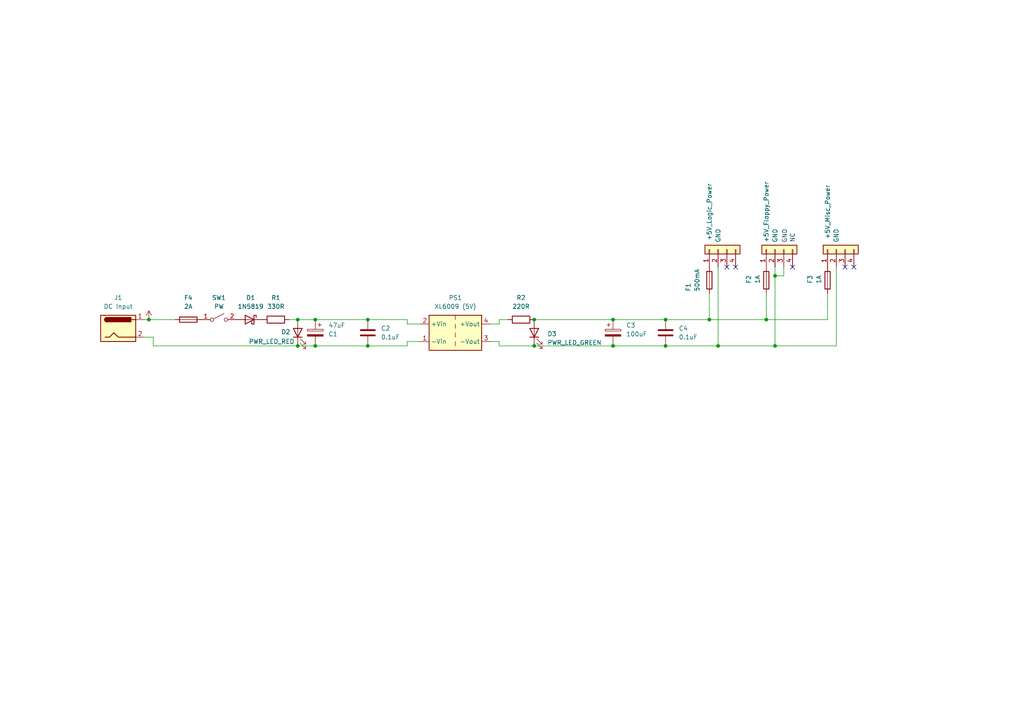
<source format=kicad_sch>
(kicad_sch (version 20250114) (generator "eeschema") (generator_version "9.0")
  (paper "A4")
  (lib_symbols
    (symbol "Connector:Barrel_Jack" (pin_names (offset 1.016))
      (property "Reference" "J" (at 0 5.334 0))
      (property "Value" "Barrel_Jack" (at 0 -5.08 0))
      (symbol "Barrel_Jack_0_1"
        (rectangle (start -5.08 3.81) (end 5.08 -3.81) (stroke (width 0.254)) (fill (type background)))
        (polyline (pts (xy -3.81 -2.54) (xy -2.54 -2.54) (xy -1.27 -1.27) (xy 0 -2.54) (xy 2.54 -2.54) (xy 5.08 -2.54)) (stroke (width 0.254)))
        (arc (start -3.302 1.905) (mid -3.9343 2.54) (end -3.302 3.175) (stroke (width 0.254)))
        (arc (start -3.302 1.905) (mid -3.9343 2.54) (end -3.302 3.175) (stroke (width 0.254)) (fill (type outline)))
        (rectangle (start 3.683 3.175) (end -3.302 1.905) (stroke (width 0.254)) (fill (type outline)))
        (polyline (pts (xy 5.08 2.54) (xy 3.81 2.54)) (stroke (width 0.254)))
      )
      (symbol "Barrel_Jack_1_1"
        (pin passive line (at 7.62 2.54 180) (length 2.54) (name "~") (number "1"))
        (pin passive line (at 7.62 -2.54 180) (length 2.54) (name "~") (number "2"))
      )
    )
    (symbol "Connector_Generic:Conn_01x04" (pin_names (offset 1.016) (hide yes))
      (property "Reference" "J" (at 0 5.08 0))
      (property "Value" "Conn_01x04" (at 0 -7.62 0))
      (symbol "Conn_01x04_1_1"
        (rectangle (start -1.27 3.81) (end 1.27 -6.35) (stroke (width 0.254)) (fill (type background)))
        (rectangle (start -1.27 2.667) (end 0 2.413) (stroke (width 0.1524)))
        (rectangle (start -1.27 0.127) (end 0 -0.127) (stroke (width 0.1524)))
        (rectangle (start -1.27 -2.413) (end 0 -2.667) (stroke (width 0.1524)))
        (rectangle (start -1.27 -4.953) (end 0 -5.207) (stroke (width 0.1524)))
        (pin passive line (at -5.08 2.54 0) (length 3.81) (name "Pin_1") (number "1"))
        (pin passive line (at -5.08 0 0) (length 3.81) (name "Pin_2") (number "2"))
        (pin passive line (at -5.08 -2.54 0) (length 3.81) (name "Pin_3") (number "3"))
        (pin passive line (at -5.08 -5.08 0) (length 3.81) (name "Pin_4") (number "4"))
      )
    )
    (symbol "Converter_DCDC:IA0305D"
      (property "Reference" "PS1" (at 0 10.16 0))
      (property "Value" "Power Module" (at 0 7.62 0))
      (symbol "IA0305D_0_0"
        (pin power_in line (at -10.16 -2.54 0) (length 2.54) (name "-Vin") (number "1"))
      )
      (symbol "IA0305D_0_1"
        (rectangle (start -7.62 5.08) (end 7.62 -5.08) (stroke (width 0.254)) (fill (type background)))
        (polyline (pts (xy 0 5.08) (xy 0 3.81)))
        (polyline (pts (xy 0 2.54) (xy 0 1.27)))
        (polyline (pts (xy 0 0) (xy 0 -1.27)))
        (polyline (pts (xy 0 -2.54) (xy 0 -3.81)))
      )
      (symbol "IA0305D_1_0"
        (pin power_in line (at -10.16 2.54 0) (length 2.54) (name "+Vin") (number "2"))
        (pin power_out line (at 10.16 2.54 180) (length 2.54) (name "+Vout") (number "4"))
        (pin power_out line (at 10.16 -2.54 180) (length 2.54) (name "-Vout") (number "3"))
      )
      (symbol "IA0305D_1_1"
        (pin no_connect line (at 0 -5.08 90) (length 2.54) (hide yes) (name "NC") (number "2"))
      )
    )
    (symbol "Device:C" (pin_numbers (hide yes)) (pin_names (offset 0.254))
      (property "Reference" "C" (at 0.635 2.54 0))
      (property "Value" "C" (at 0.635 -2.54 0))
      (symbol "C_0_1"
        (polyline (pts (xy -2.032 0.762) (xy 2.032 0.762)) (stroke (width 0.508)))
        (polyline (pts (xy -2.032 -0.762) (xy 2.032 -0.762)) (stroke (width 0.508)))
      )
      (symbol "C_1_1"
        (pin passive line (at 0 3.81 270) (length 2.794) (name "~") (number "1"))
        (pin passive line (at 0 -3.81 90) (length 2.794) (name "~") (number "2"))
      )
    )
    (symbol "Device:C_Polarized" (pin_numbers (hide yes)) (pin_names (offset 0.254))
      (property "Reference" "C" (at 0.635 2.54 0))
      (property "Value" "C_Polarized" (at 0.635 -2.54 0))
      (symbol "C_Polarized_0_1"
        (rectangle (start -2.286 0.508) (end 2.286 1.016))
        (polyline (pts (xy -1.778 2.286) (xy -0.762 2.286)))
        (polyline (pts (xy -1.27 2.794) (xy -1.27 1.778)))
        (rectangle (start 2.286 -0.508) (end -2.286 -1.016) (fill (type outline)))
      )
      (symbol "C_Polarized_1_1"
        (pin passive line (at 0 3.81 270) (length 2.794) (name "~") (number "1"))
        (pin passive line (at 0 -3.81 90) (length 2.794) (name "~") (number "2"))
      )
    )
    (symbol "Device:D_Schottky" (pin_numbers (hide yes)) (pin_names (offset 1.016) (hide yes))
      (property "Reference" "D" (at 0 2.54 0))
      (property "Value" "D_Schottky" (at 0 -2.54 0))
      (symbol "D_Schottky_0_1"
        (polyline (pts (xy -1.905 0.635) (xy -1.905 1.27) (xy -1.27 1.27) (xy -1.27 -1.27) (xy -0.635 -1.27) (xy -0.635 -0.635)) (stroke (width 0.254)))
        (polyline (pts (xy 1.27 1.27) (xy 1.27 -1.27) (xy -1.27 0) (xy 1.27 1.27)) (stroke (width 0.254)))
        (polyline (pts (xy 1.27 0) (xy -1.27 0)))
      )
      (symbol "D_Schottky_1_1"
        (pin passive line (at -3.81 0 0) (length 2.54) (name "K") (number "1"))
        (pin passive line (at 3.81 0 180) (length 2.54) (name "A") (number "2"))
      )
    )
    (symbol "Device:Fuse" (pin_numbers (hide yes)) (pin_names (offset 0))
      (property "Reference" "F" (at 2.032 0 90))
      (property "Value" "Fuse" (at -1.905 0 90))
      (symbol "Fuse_0_1"
        (rectangle (start -0.762 -2.54) (end 0.762 2.54) (stroke (width 0.254)))
        (polyline (pts (xy 0 2.54) (xy 0 -2.54)))
      )
      (symbol "Fuse_1_1"
        (pin passive line (at 0 3.81 270) (length 1.27) (name "~") (number "1"))
        (pin passive line (at 0 -3.81 90) (length 1.27) (name "~") (number "2"))
      )
    )
    (symbol "Device:LED" (pin_numbers (hide yes)) (pin_names (offset 1.016) (hide yes))
      (property "Reference" "D" (at 0 2.54 0))
      (property "Value" "LED" (at 0 -2.54 0))
      (symbol "LED_0_1"
        (polyline (pts (xy -3.048 -0.762) (xy -4.572 -2.286) (xy -3.81 -2.286) (xy -4.572 -2.286) (xy -4.572 -1.524)))
        (polyline (pts (xy -1.778 -0.762) (xy -3.302 -2.286) (xy -2.54 -2.286) (xy -3.302 -2.286) (xy -3.302 -1.524)))
        (polyline (pts (xy -1.27 0) (xy 1.27 0)))
        (polyline (pts (xy -1.27 -1.27) (xy -1.27 1.27)) (stroke (width 0.254)))
        (polyline (pts (xy 1.27 -1.27) (xy 1.27 1.27) (xy -1.27 0) (xy 1.27 -1.27)) (stroke (width 0.254)))
      )
      (symbol "LED_1_1"
        (pin passive line (at -3.81 0 0) (length 2.54) (name "K") (number "1"))
        (pin passive line (at 3.81 0 180) (length 2.54) (name "A") (number "2"))
      )
    )
    (symbol "Device:R" (pin_numbers (hide yes)) (pin_names (offset 0))
      (property "Reference" "R" (at 2.032 0 90))
      (property "Value" "R" (at 0 0 90))
      (symbol "R_0_1"
        (rectangle (start -1.016 -2.54) (end 1.016 2.54) (stroke (width 0.254)))
      )
      (symbol "R_1_1"
        (pin passive line (at 0 3.81 270) (length 1.27) (name "~") (number "1"))
        (pin passive line (at 0 -3.81 90) (length 1.27) (name "~") (number "2"))
      )
    )
    (symbol "Switch:SW_SPST" (pin_names (offset 0) (hide yes))
      (property "Reference" "SW" (at 0 3.175 0))
      (property "Value" "SW_SPST" (at 0 -2.54 0))
      (symbol "SW_SPST_0_0"
        (circle (center -2.032 0) (radius 0.508))
        (polyline (pts (xy -1.524 0.254) (xy 1.524 1.778)))
        (circle (center 2.032 0) (radius 0.508))
      )
      (symbol "SW_SPST_1_1"
        (pin passive line (at -5.08 0 0) (length 2.54) (name "A") (number "1"))
        (pin passive line (at 5.08 0 180) (length 2.54) (name "B") (number "2"))
      )
    )
    (symbol "power:+3V3" (power) (pin_numbers (hide yes)) (pin_names (offset 0) (hide yes))
      (property "Value" "+3V3" (at 0 3.556 0))
      (symbol "+3V3_0_1"
        (polyline (pts (xy -0.762 1.27) (xy 0 2.54)))
        (polyline (pts (xy 0 2.54) (xy 0.762 1.27)))
        (polyline (pts (xy 0 0) (xy 0 2.54)))
      )
      (symbol "+3V3_1_1"
        (pin power_in line (at 0 0 90) (length 0) (name "~") (number "1"))
      )
    )
  )
  (text "NC" (at 229.87 69.088 90) (effects (font (size 1.27 1.27))))
  (text "GND" (at 227.584 68.58 90) (effects (font (size 1.27 1.27))))
  (junction (at 43.18 92.71))
  (junction (at 154.94 92.71))
  (junction (at 224.79 100.33))
  (junction (at 106.68 92.71))
  (junction (at 177.8 100.33))
  (junction (at 91.44 100.33))
  (junction (at 177.8 92.71))
  (junction (at 222.25 92.71))
  (junction (at 193.04 100.33))
  (junction (at 193.04 92.71))
  (junction (at 86.36 92.71))
  (junction (at 86.36 100.33))
  (junction (at 91.44 92.71))
  (junction (at 106.68 100.33))
  (junction (at 224.79 80.01))
  (junction (at 205.74 92.71))
  (junction (at 208.28 100.33))
  (junction (at 154.94 100.33))
  (no_connect (at 229.87 77.47))
  (no_connect (at 210.82 77.47))
  (no_connect (at 247.65 77.47))
  (no_connect (at 245.11 77.47))
  (no_connect (at 213.36 77.47))
  (wire (pts (xy 193.04 92.71) (xy 205.74 92.71)))
  (wire (pts (xy 224.79 77.47) (xy 224.79 80.01)))
  (wire (pts (xy 91.44 100.33) (xy 86.36 100.33)))
  (wire (pts (xy 208.28 100.33) (xy 193.04 100.33)))
  (wire (pts (xy 142.24 93.98) (xy 144.78 93.98)))
  (wire (pts (xy 44.45 97.79) (xy 44.45 100.33)))
  (wire (pts (xy 144.78 100.33) (xy 154.94 100.33)))
  (wire (pts (xy 154.94 92.71) (xy 177.8 92.71)))
  (wire (pts (xy 177.8 92.71) (xy 193.04 92.71)))
  (wire (pts (xy 118.11 93.98) (xy 121.92 93.98)))
  (wire (pts (xy 118.11 100.33) (xy 118.11 99.06)))
  (wire (pts (xy 91.44 100.33) (xy 106.68 100.33)))
  (wire (pts (xy 205.74 92.71) (xy 205.74 85.09)))
  (wire (pts (xy 144.78 93.98) (xy 144.78 92.71)))
  (wire (pts (xy 106.68 100.33) (xy 118.11 100.33)))
  (wire (pts (xy 224.79 100.33) (xy 208.28 100.33)))
  (wire (pts (xy 106.68 92.71) (xy 118.11 92.71)))
  (wire (pts (xy 41.91 92.71) (xy 43.18 92.71)))
  (wire (pts (xy 222.25 92.71) (xy 240.03 92.71)))
  (wire (pts (xy 142.24 99.06) (xy 144.78 99.06)))
  (wire (pts (xy 144.78 92.71) (xy 147.32 92.71)))
  (wire (pts (xy 86.36 92.71) (xy 91.44 92.71)))
  (wire (pts (xy 242.57 100.33) (xy 224.79 100.33)))
  (wire (pts (xy 227.33 77.47) (xy 227.33 80.01)))
  (wire (pts (xy 44.45 100.33) (xy 86.36 100.33)))
  (wire (pts (xy 83.82 92.71) (xy 86.36 92.71)))
  (wire (pts (xy 222.25 92.71) (xy 222.25 85.09)))
  (wire (pts (xy 118.11 99.06) (xy 121.92 99.06)))
  (wire (pts (xy 224.79 80.01) (xy 224.79 100.33)))
  (wire (pts (xy 154.94 100.33) (xy 177.8 100.33)))
  (wire (pts (xy 242.57 77.47) (xy 242.57 100.33)))
  (wire (pts (xy 91.44 92.71) (xy 106.68 92.71)))
  (wire (pts (xy 224.79 80.01) (xy 227.33 80.01)))
  (wire (pts (xy 208.28 77.47) (xy 208.28 100.33)))
  (wire (pts (xy 205.74 92.71) (xy 222.25 92.71)))
  (wire (pts (xy 144.78 99.06) (xy 144.78 100.33)))
  (wire (pts (xy 43.18 92.71) (xy 50.8 92.71)))
  (wire (pts (xy 118.11 92.71) (xy 118.11 93.98)))
  (wire (pts (xy 240.03 92.71) (xy 240.03 85.09)))
  (wire (pts (xy 41.91 97.79) (xy 44.45 97.79)))
  (wire (pts (xy 177.8 100.33) (xy 193.04 100.33)))
  (symbol (lib_id "Device:R") (at 80.01 92.71 90) (unit 1)
    (property "Reference" "R1" (at 80.01 86.36 90))
    (property "Value" "330R" (at 80.01 88.9 90))
    (property "Footprint" "Resistor_THT:R_Axial_DIN0207_L6.3mm_D2.5mm_P7.62mm_Horizontal" (effects (hide yes)))
    (property "Description" "Resistor" (effects (hide yes)))
  )
  (symbol (lib_id "Device:Fuse") (at 222.25 81.28 180) (unit 1)
    (property "Reference" "F2" (at 217.17 82.296 90) (effects (justify right)))
    (property "Value" "1A" (at 219.71 82.296 90) (effects (justify right)))
    (property "Footprint" "Capacitor_THT:C_Disc_D9.0mm_W2.5mm_P5.00mm" (effects (hide yes)))
    (property "Description" "Fuse" (effects (hide yes)))
  )
  (symbol (lib_id "Device:Fuse") (at 205.74 81.28 180) (unit 1)
    (property "Reference" "F1" (at 199.644 84.582 90) (effects (justify right)))
    (property "Value" "500mA" (at 202.184 84.582 90) (effects (justify right)))
    (property "Footprint" "Capacitor_THT:C_Disc_D9.0mm_W2.5mm_P5.00mm" (effects (hide yes)))
    (property "Description" "Fuse" (effects (hide yes)))
  )
  (symbol (lib_id "Device:R") (at 151.13 92.71 90) (unit 1)
    (property "Reference" "R2" (at 151.13 86.36 90))
    (property "Value" "220R" (at 151.13 88.9 90))
    (property "Footprint" "Resistor_THT:R_Axial_DIN0207_L6.3mm_D2.5mm_P7.62mm_Horizontal" (effects (hide yes)))
    (property "Description" "Resistor" (effects (hide yes)))
  )
  (symbol (lib_id "Device:C_Polarized") (at 177.8 96.52 0) (unit 1)
    (property "Reference" "C3" (at 181.61 94.3609 0) (effects (justify left)))
    (property "Value" "100uF" (at 181.61 96.9009 0) (effects (justify left)))
    (property "Footprint" "Capacitor_THT:CP_Radial_D4.0mm_P1.50mm" (effects (hide yes)))
    (property "Description" "Polarized capacitor" (effects (hide yes)))
  )
  (symbol (lib_id "Device:C") (at 106.68 96.52 0) (unit 1)
    (property "Reference" "C2" (at 110.49 95.2499 0) (effects (justify left)))
    (property "Value" "0.1uF" (at 110.49 97.7899 0) (effects (justify left)))
    (property "Footprint" "Capacitor_THT:C_Disc_D5.0mm_W2.5mm_P2.50mm" (effects (hide yes)))
    (property "Description" "Unpolarized capacitor" (effects (hide yes)))
  )
  (symbol (lib_id "Connector_Generic:Conn_01x04") (at 224.79 72.39 90) (unit 1)
    (property "Reference" "+5V_Floppy_Power" (at 222.25 61.468 0))
    (property "Value" "GND" (at 224.79 68.326 0))
    (property "Footprint" "Connector_JST:JST_EH_S4B-EH_1x04_P2.50mm_Horizontal" (effects (hide yes)))
    (property "Description" "Generic connector, single row, 01x04, script generated (kicad-library-utils/schlib/autogen/connector/)" (effects (hide yes)))
  )
  (symbol (lib_id "Switch:SW_SPST") (at 63.5 92.71 0) (unit 1)
    (property "Reference" "SW1" (at 63.5 86.36 0))
    (property "Value" "PW" (at 63.5 88.9 0))
    (property "Footprint" "Button_Switch_THT:SW_Push_1P1T_NO_LED_E-Switch_TL1250" (effects (hide yes)))
    (property "Description" "Single Pole Single Throw (SPST) switch" (effects (hide yes)))
  )
  (symbol (lib_id "Device:LED") (at 86.36 96.52 90) (unit 1)
    (property "Reference" "D2" (at 81.534 96.266 90) (effects (justify right)))
    (property "Value" "PWR_LED_RED" (at 72.136 99.06 90) (effects (justify right)))
    (property "Footprint" "LED_THT:LED_D3.0mm" (effects (hide yes)))
    (property "Description" "Light emitting diode" (effects (hide yes)))
    (property "Sim.Pins" "1=K 2=A" (effects (hide yes)))
  )
  (symbol (lib_id "Connector_Generic:Conn_01x04") (at 208.28 72.39 90) (unit 1)
    (property "Reference" "+5V_Logic_Power" (at 205.74 61.468 0))
    (property "Value" "GND" (at 208.28 68.326 0))
    (property "Footprint" "Connector_JST:JST_EH_S4B-EH_1x04_P2.50mm_Horizontal" (effects (hide yes)))
    (property "Description" "Generic connector, single row, 01x04, script generated (kicad-library-utils/schlib/autogen/connector/)" (effects (hide yes)))
  )
  (symbol (lib_id "Device:C") (at 193.04 96.52 0) (unit 1)
    (property "Reference" "C4" (at 196.85 95.2499 0) (effects (justify left)))
    (property "Value" "0.1uF" (at 196.85 97.7899 0) (effects (justify left)))
    (property "Footprint" "Capacitor_THT:C_Disc_D5.0mm_W2.5mm_P2.50mm" (effects (hide yes)))
    (property "Description" "Unpolarized capacitor" (effects (hide yes)))
  )
  (symbol (lib_id "Connector:Barrel_Jack") (at 34.29 95.25 0) (unit 1)
    (property "Reference" "J1" (at 34.29 86.36 0))
    (property "Value" "DC Input" (at 34.29 88.9 0))
    (property "Footprint" "Connector_BarrelJack:BarrelJack_Horizontal" (effects (hide yes)))
    (property "Description" "DC Barrel Jack" (effects (hide yes)))
  )
  (symbol (lib_id "Device:Fuse") (at 240.03 81.28 180) (unit 1)
    (property "Reference" "F3" (at 234.95 82.296 90) (effects (justify right)))
    (property "Value" "1A" (at 237.49 82.296 90) (effects (justify right)))
    (property "Footprint" "Capacitor_THT:C_Disc_D9.0mm_W2.5mm_P5.00mm" (effects (hide yes)))
    (property "Description" "Fuse" (effects (hide yes)))
  )
  (symbol (lib_id "Connector_Generic:Conn_01x04") (at 242.57 72.39 90) (unit 1)
    (property "Reference" "+5V_Misc_Power" (at 240.03 61.468 0))
    (property "Value" "GND" (at 242.57 68.326 0))
    (property "Footprint" "Connector_JST:JST_EH_S4B-EH_1x04_P2.50mm_Horizontal" (effects (hide yes)))
    (property "Description" "Generic connector, single row, 01x04, script generated (kicad-library-utils/schlib/autogen/connector/)" (effects (hide yes)))
  )
  (symbol (lib_id "Device:C_Polarized") (at 91.44 96.52 0) (mirror y) (unit 1)
    (property "Reference" "C1" (at 95.25 96.9011 0) (effects (justify right)))
    (property "Value" "47uF" (at 95.25 94.3611 0) (effects (justify right)))
    (property "Footprint" "Capacitor_THT:CP_Radial_D4.0mm_P1.50mm" (effects (hide yes)))
    (property "Description" "Polarized capacitor" (effects (hide yes)))
  )
  (symbol (lib_id "Device:Fuse") (at 54.61 92.71 90) (unit 1)
    (property "Reference" "F4" (at 54.61 86.36 90))
    (property "Value" "2A" (at 54.61 88.9 90))
    (property "Footprint" "Capacitor_THT:C_Disc_D9.0mm_W2.5mm_P5.00mm" (effects (hide yes)))
    (property "Description" "Fuse" (effects (hide yes)))
  )
  (symbol (lib_id "Converter_DCDC:IA0305D") (at 132.08 96.52 0) (unit 1)
    (property "Reference" "PS1" (at 132.08 86.36 0))
    (property "Value" "XL6009 (5V)" (at 132.08 88.9 0))
    (property "Footprint" "Converter_DCDC:Converter_DCDC_XP_POWER-IAxxxxD_THT" (effects (hide yes)))
    (property "Datasheet" "https://www.xppower.com/pdfs/SF_IA.pdf" (effects (hide yes)))
    (property "Description" "XP Power 1W, 1000 VDC Isolated DC/DC Converter Module, Dual Output Voltage ±5V, ±100mA, 3.3V Input Voltage, DIP" (effects (hide yes)))
  )
  (symbol (lib_id "Device:LED") (at 154.94 96.52 90) (unit 1)
    (property "Reference" "D3" (at 158.75 96.8374 90) (effects (justify right)))
    (property "Value" "PWR_LED_GREEN" (at 158.75 99.3774 90) (effects (justify right)))
    (property "Footprint" "LED_THT:LED_D3.0mm" (effects (hide yes)))
    (property "Description" "Light emitting diode" (effects (hide yes)))
    (property "Sim.Pins" "1=K 2=A" (effects (hide yes)))
  )
  (symbol (lib_id "power:+3V3") (at 43.18 92.71 0) (unit 1)
    (property "Reference" "#PWR01" (effects (hide yes)))
    (property "Value" "+3V3 <-> +12V" (effects (hide yes)))
    (property "Description" "Power symbol creates a global label with name \"+3V3\"" (effects (hide yes)))
  )
  (symbol (lib_id "Device:D_Schottky") (at 72.39 92.71 0) (mirror y) (unit 1)
    (property "Reference" "D1" (at 72.7075 86.36 0))
    (property "Value" "1N5819" (at 72.7075 88.9 0))
    (property "Footprint" "Diode_THT:D_DO-41_SOD81_P10.16mm_Horizontal" (effects (hide yes)))
    (property "Description" "Schottky diode" (effects (hide yes)))
  )
)
</source>
